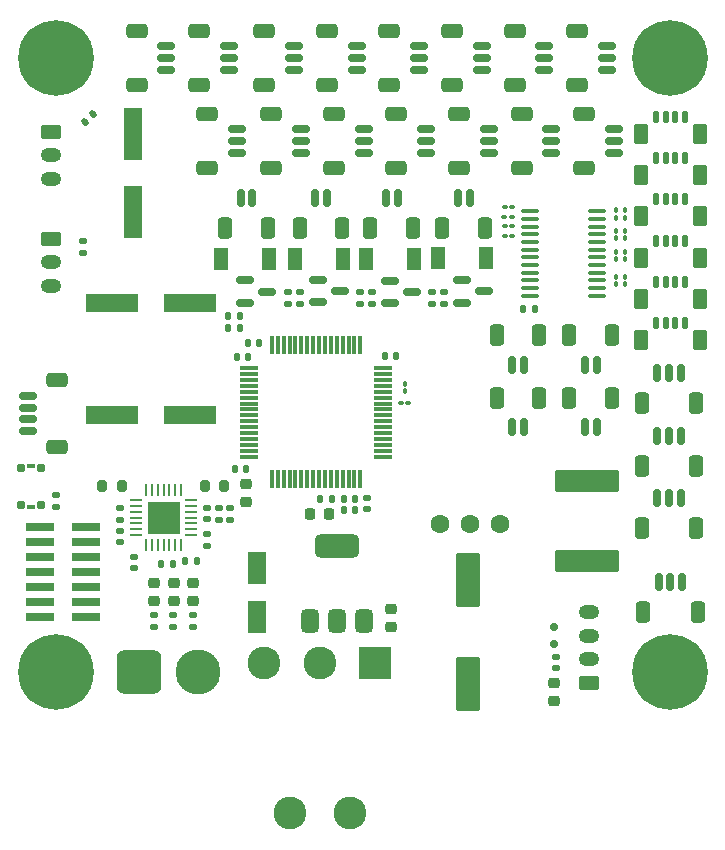
<source format=gbr>
%TF.GenerationSoftware,KiCad,Pcbnew,9.0.7*%
%TF.CreationDate,2026-02-05T13:38:50+01:00*%
%TF.ProjectId,PCB_Aquarium_v2,5043425f-4171-4756-9172-69756d5f7632,rev?*%
%TF.SameCoordinates,Original*%
%TF.FileFunction,Soldermask,Top*%
%TF.FilePolarity,Negative*%
%FSLAX46Y46*%
G04 Gerber Fmt 4.6, Leading zero omitted, Abs format (unit mm)*
G04 Created by KiCad (PCBNEW 9.0.7) date 2026-02-05 13:38:50*
%MOMM*%
%LPD*%
G01*
G04 APERTURE LIST*
G04 Aperture macros list*
%AMRoundRect*
0 Rectangle with rounded corners*
0 $1 Rounding radius*
0 $2 $3 $4 $5 $6 $7 $8 $9 X,Y pos of 4 corners*
0 Add a 4 corners polygon primitive as box body*
4,1,4,$2,$3,$4,$5,$6,$7,$8,$9,$2,$3,0*
0 Add four circle primitives for the rounded corners*
1,1,$1+$1,$2,$3*
1,1,$1+$1,$4,$5*
1,1,$1+$1,$6,$7*
1,1,$1+$1,$8,$9*
0 Add four rect primitives between the rounded corners*
20,1,$1+$1,$2,$3,$4,$5,0*
20,1,$1+$1,$4,$5,$6,$7,0*
20,1,$1+$1,$6,$7,$8,$9,0*
20,1,$1+$1,$8,$9,$2,$3,0*%
G04 Aperture macros list end*
%ADD10RoundRect,0.100000X0.130000X0.100000X-0.130000X0.100000X-0.130000X-0.100000X0.130000X-0.100000X0*%
%ADD11RoundRect,0.100000X-0.100000X0.130000X-0.100000X-0.130000X0.100000X-0.130000X0.100000X0.130000X0*%
%ADD12RoundRect,0.100000X-0.130000X-0.100000X0.130000X-0.100000X0.130000X0.100000X-0.130000X0.100000X0*%
%ADD13RoundRect,0.100000X0.100000X-0.130000X0.100000X0.130000X-0.100000X0.130000X-0.100000X-0.130000X0*%
%ADD14C,2.775000*%
%ADD15R,2.775000X2.775000*%
%ADD16RoundRect,0.075000X-0.075000X-0.700000X0.075000X-0.700000X0.075000X0.700000X-0.075000X0.700000X0*%
%ADD17RoundRect,0.075000X-0.700000X-0.075000X0.700000X-0.075000X0.700000X0.075000X-0.700000X0.075000X0*%
%ADD18R,2.700000X2.700000*%
%ADD19RoundRect,0.062500X-0.062500X-0.475000X0.062500X-0.475000X0.062500X0.475000X-0.062500X0.475000X0*%
%ADD20RoundRect,0.062500X-0.475000X-0.062500X0.475000X-0.062500X0.475000X0.062500X-0.475000X0.062500X0*%
%ADD21RoundRect,0.075000X0.175000X-0.425000X0.175000X0.425000X-0.175000X0.425000X-0.175000X-0.425000X0*%
%ADD22RoundRect,0.180000X0.420000X-0.670000X0.420000X0.670000X-0.420000X0.670000X-0.420000X-0.670000X0*%
%ADD23RoundRect,0.186000X0.434000X0.759000X-0.434000X0.759000X-0.434000X-0.759000X0.434000X-0.759000X0*%
%ADD24RoundRect,0.140000X0.140000X0.170000X-0.140000X0.170000X-0.140000X-0.170000X0.140000X-0.170000X0*%
%ADD25RoundRect,0.140000X0.170000X-0.140000X0.170000X0.140000X-0.170000X0.140000X-0.170000X-0.140000X0*%
%ADD26RoundRect,0.150000X0.625000X-0.150000X0.625000X0.150000X-0.625000X0.150000X-0.625000X-0.150000X0*%
%ADD27RoundRect,0.250000X0.650000X-0.350000X0.650000X0.350000X-0.650000X0.350000X-0.650000X-0.350000X0*%
%ADD28RoundRect,0.135000X0.135000X0.185000X-0.135000X0.185000X-0.135000X-0.185000X0.135000X-0.185000X0*%
%ADD29RoundRect,0.135000X-0.185000X0.135000X-0.185000X-0.135000X0.185000X-0.135000X0.185000X0.135000X0*%
%ADD30RoundRect,0.760000X-1.140000X-1.140000X1.140000X-1.140000X1.140000X1.140000X-1.140000X1.140000X0*%
%ADD31C,3.800000*%
%ADD32R,1.600000X4.500000*%
%ADD33RoundRect,0.250001X0.799999X-2.049999X0.799999X2.049999X-0.799999X2.049999X-0.799999X-2.049999X0*%
%ADD34RoundRect,0.150000X-0.150000X-0.625000X0.150000X-0.625000X0.150000X0.625000X-0.150000X0.625000X0*%
%ADD35RoundRect,0.250000X-0.350000X-0.650000X0.350000X-0.650000X0.350000X0.650000X-0.350000X0.650000X0*%
%ADD36R,4.500000X1.600000*%
%ADD37RoundRect,0.218750X-0.256250X0.218750X-0.256250X-0.218750X0.256250X-0.218750X0.256250X0.218750X0*%
%ADD38RoundRect,0.135000X-0.135000X-0.185000X0.135000X-0.185000X0.135000X0.185000X-0.135000X0.185000X0*%
%ADD39RoundRect,0.200000X-0.200000X-0.275000X0.200000X-0.275000X0.200000X0.275000X-0.200000X0.275000X0*%
%ADD40RoundRect,0.090000X-0.210000X0.235000X-0.210000X-0.235000X0.210000X-0.235000X0.210000X0.235000X0*%
%ADD41RoundRect,0.052500X-0.297500X0.122500X-0.297500X-0.122500X0.297500X-0.122500X0.297500X0.122500X0*%
%ADD42RoundRect,0.150000X0.200000X-0.150000X0.200000X0.150000X-0.200000X0.150000X-0.200000X-0.150000X0*%
%ADD43RoundRect,0.218750X-0.218750X-0.256250X0.218750X-0.256250X0.218750X0.256250X-0.218750X0.256250X0*%
%ADD44RoundRect,0.140000X-0.140000X-0.170000X0.140000X-0.170000X0.140000X0.170000X-0.140000X0.170000X0*%
%ADD45C,0.800000*%
%ADD46C,6.400000*%
%ADD47RoundRect,0.150000X0.150000X0.625000X-0.150000X0.625000X-0.150000X-0.625000X0.150000X-0.625000X0*%
%ADD48RoundRect,0.250000X0.350000X0.650000X-0.350000X0.650000X-0.350000X-0.650000X0.350000X-0.650000X0*%
%ADD49RoundRect,0.135000X0.185000X-0.135000X0.185000X0.135000X-0.185000X0.135000X-0.185000X-0.135000X0*%
%ADD50RoundRect,0.375000X0.375000X-0.625000X0.375000X0.625000X-0.375000X0.625000X-0.375000X-0.625000X0*%
%ADD51RoundRect,0.500000X1.400000X-0.500000X1.400000X0.500000X-1.400000X0.500000X-1.400000X-0.500000X0*%
%ADD52RoundRect,0.250000X-0.625000X0.350000X-0.625000X-0.350000X0.625000X-0.350000X0.625000X0.350000X0*%
%ADD53O,1.750000X1.200000*%
%ADD54RoundRect,0.150000X-0.587500X-0.150000X0.587500X-0.150000X0.587500X0.150000X-0.587500X0.150000X0*%
%ADD55RoundRect,0.140000X-0.170000X0.140000X-0.170000X-0.140000X0.170000X-0.140000X0.170000X0.140000X0*%
%ADD56RoundRect,0.250000X-0.550000X1.137500X-0.550000X-1.137500X0.550000X-1.137500X0.550000X1.137500X0*%
%ADD57RoundRect,0.250000X2.475000X-0.712500X2.475000X0.712500X-2.475000X0.712500X-2.475000X-0.712500X0*%
%ADD58RoundRect,0.200000X0.200000X0.275000X-0.200000X0.275000X-0.200000X-0.275000X0.200000X-0.275000X0*%
%ADD59RoundRect,0.140000X0.021213X-0.219203X0.219203X-0.021213X-0.021213X0.219203X-0.219203X0.021213X0*%
%ADD60C,1.600000*%
%ADD61RoundRect,0.100000X0.637500X0.100000X-0.637500X0.100000X-0.637500X-0.100000X0.637500X-0.100000X0*%
%ADD62R,2.400000X0.740000*%
%ADD63RoundRect,0.225000X-0.250000X0.225000X-0.250000X-0.225000X0.250000X-0.225000X0.250000X0.225000X0*%
%ADD64RoundRect,0.225000X0.250000X-0.225000X0.250000X0.225000X-0.250000X0.225000X-0.250000X-0.225000X0*%
%ADD65RoundRect,0.250000X0.625000X-0.350000X0.625000X0.350000X-0.625000X0.350000X-0.625000X-0.350000X0*%
%ADD66RoundRect,0.150000X-0.625000X0.150000X-0.625000X-0.150000X0.625000X-0.150000X0.625000X0.150000X0*%
%ADD67RoundRect,0.250000X-0.650000X0.350000X-0.650000X-0.350000X0.650000X-0.350000X0.650000X0.350000X0*%
G04 APERTURE END LIST*
D10*
%TO.C,R101*%
X183180000Y-93200000D03*
X183820000Y-93200000D03*
%TD*%
D11*
%TO.C,R102*%
X183500000Y-92220000D03*
X183500000Y-91580000D03*
%TD*%
D12*
%TO.C,R602*%
X192607500Y-78250000D03*
X191967500Y-78250000D03*
%TD*%
D13*
%TO.C,R603*%
X201350000Y-82530000D03*
X201350000Y-83170000D03*
%TD*%
D11*
%TO.C,R604*%
X202150000Y-81020000D03*
X202150000Y-80380000D03*
%TD*%
%TO.C,R605*%
X202150000Y-79270000D03*
X202150000Y-78630000D03*
%TD*%
%TO.C,R606*%
X202150000Y-77520000D03*
X202150000Y-76880000D03*
%TD*%
D12*
%TO.C,R607*%
X192620000Y-76650000D03*
X191980000Y-76650000D03*
%TD*%
%TO.C,R608*%
X192620000Y-79050000D03*
X191980000Y-79050000D03*
%TD*%
D13*
%TO.C,R609*%
X202150000Y-82530000D03*
X202150000Y-83170000D03*
%TD*%
D11*
%TO.C,R610*%
X201350000Y-81020000D03*
X201350000Y-80380000D03*
%TD*%
%TO.C,R611*%
X201350000Y-79270000D03*
X201350000Y-78630000D03*
%TD*%
%TO.C,R612*%
X201350000Y-77520000D03*
X201350000Y-76880000D03*
%TD*%
D12*
%TO.C,R613*%
X192570000Y-77450000D03*
X191930000Y-77450000D03*
%TD*%
D14*
%TO.C,SW102*%
X173760250Y-127950000D03*
X178840250Y-127950000D03*
X171600250Y-115250000D03*
X176300250Y-115250000D03*
D15*
X181000250Y-115250000D03*
%TD*%
D16*
%TO.C,U101*%
X172250000Y-88325000D03*
X172750000Y-88325000D03*
X173250000Y-88325000D03*
X173750000Y-88325000D03*
X174250000Y-88325000D03*
X174750000Y-88325000D03*
X175250000Y-88325000D03*
X175750000Y-88325000D03*
X176250000Y-88325000D03*
X176750000Y-88325000D03*
X177250000Y-88325000D03*
X177750000Y-88325000D03*
X178250000Y-88325000D03*
X178750000Y-88325000D03*
X179250000Y-88325000D03*
X179750000Y-88325000D03*
D17*
X181675000Y-90250000D03*
X181675000Y-90750000D03*
X181675000Y-91250000D03*
X181675000Y-91750000D03*
X181675000Y-92250000D03*
X181675000Y-92750000D03*
X181675000Y-93250000D03*
X181675000Y-93750000D03*
X181675000Y-94250000D03*
X181675000Y-94750000D03*
X181675000Y-95250000D03*
X181675000Y-95750000D03*
X181675000Y-96250000D03*
X181675000Y-96750000D03*
X181675000Y-97250000D03*
X181675000Y-97750000D03*
D16*
X179750000Y-99675000D03*
X179250000Y-99675000D03*
X178750000Y-99675000D03*
X178250000Y-99675000D03*
X177750000Y-99675000D03*
X177250000Y-99675000D03*
X176750000Y-99675000D03*
X176250000Y-99675000D03*
X175750000Y-99675000D03*
X175250000Y-99675000D03*
X174750000Y-99675000D03*
X174250000Y-99675000D03*
X173750000Y-99675000D03*
X173250000Y-99675000D03*
X172750000Y-99675000D03*
X172250000Y-99675000D03*
D17*
X170325000Y-97750000D03*
X170325000Y-97250000D03*
X170325000Y-96750000D03*
X170325000Y-96250000D03*
X170325000Y-95750000D03*
X170325000Y-95250000D03*
X170325000Y-94750000D03*
X170325000Y-94250000D03*
X170325000Y-93750000D03*
X170325000Y-93250000D03*
X170325000Y-92750000D03*
X170325000Y-92250000D03*
X170325000Y-91750000D03*
X170325000Y-91250000D03*
X170325000Y-90750000D03*
X170325000Y-90250000D03*
%TD*%
D18*
%TO.C,U801*%
X163087500Y-102900000D03*
D19*
X161587500Y-100587500D03*
X162087500Y-100587500D03*
X162587500Y-100587500D03*
X163087500Y-100587500D03*
X163587500Y-100587500D03*
X164087500Y-100587500D03*
X164587500Y-100587500D03*
D20*
X165400000Y-101400000D03*
X165400000Y-101900000D03*
X165400000Y-102400000D03*
X165400000Y-102900000D03*
X165400000Y-103400000D03*
X165400000Y-103900000D03*
X165400000Y-104400000D03*
D19*
X164587500Y-105212500D03*
X164087500Y-105212500D03*
X163587500Y-105212500D03*
X163087500Y-105212500D03*
X162587500Y-105212500D03*
X162087500Y-105212500D03*
X161587500Y-105212500D03*
D20*
X160775000Y-104400000D03*
X160775000Y-103900000D03*
X160775000Y-103400000D03*
X160775000Y-102900000D03*
X160775000Y-102400000D03*
X160775000Y-101900000D03*
X160775000Y-101400000D03*
%TD*%
D21*
%TO.C,J605*%
X204800000Y-79450000D03*
X205600000Y-79450000D03*
X206400000Y-79450000D03*
X207200000Y-79450000D03*
D22*
X203500001Y-80900000D03*
X208499999Y-80900000D03*
%TD*%
D23*
%TO.C,D702*%
X184318605Y-81000000D03*
X180238606Y-81000000D03*
%TD*%
D24*
%TO.C,C111*%
X170080000Y-98800000D03*
X169120000Y-98800000D03*
%TD*%
D25*
%TO.C,C107*%
X154000000Y-101980000D03*
X154000000Y-101020000D03*
%TD*%
D26*
%TO.C,J904*%
X190625000Y-72000000D03*
X190624999Y-71000000D03*
X190625000Y-70000000D03*
D27*
X188099999Y-73300000D03*
X188099999Y-68700000D03*
%TD*%
D24*
%TO.C,C108*%
X177330000Y-101300000D03*
X176370000Y-101300000D03*
%TD*%
D28*
%TO.C,R801*%
X165909999Y-106600000D03*
X164890001Y-106600000D03*
%TD*%
D29*
%TO.C,R702*%
X186800000Y-83790001D03*
X186800000Y-84809999D03*
%TD*%
%TO.C,R708*%
X174600000Y-83790001D03*
X174600000Y-84809999D03*
%TD*%
D30*
%TO.C,J103*%
X161000000Y-116000000D03*
D31*
X166000000Y-116000000D03*
%TD*%
D32*
%TO.C,C810*%
X160500000Y-70450001D03*
X160500000Y-77049999D03*
%TD*%
D33*
%TO.C,C303*%
X188900000Y-117000000D03*
X188900000Y-108200000D03*
%TD*%
D34*
%TO.C,J203*%
X192600000Y-89975000D03*
X193600000Y-89975000D03*
D35*
X191300000Y-87450000D03*
X194900000Y-87450000D03*
%TD*%
D36*
%TO.C,C805*%
X158700000Y-94200000D03*
X165300000Y-94200000D03*
%TD*%
D29*
%TO.C,R704*%
X180700000Y-83835714D03*
X180700000Y-84855712D03*
%TD*%
%TO.C,R803*%
X167750000Y-102070001D03*
X167750000Y-103089999D03*
%TD*%
D37*
%TO.C,D303*%
X162300000Y-108412499D03*
X162300000Y-109987501D03*
%TD*%
D26*
%TO.C,J901*%
X174125000Y-65000000D03*
X174124999Y-64000000D03*
X174125000Y-63000000D03*
D27*
X171599999Y-66300000D03*
X171599999Y-61700000D03*
%TD*%
D38*
%TO.C,R804*%
X162840000Y-106850000D03*
X163860000Y-106850000D03*
%TD*%
D39*
%TO.C,R805*%
X166575000Y-100200000D03*
X168225000Y-100200000D03*
%TD*%
D40*
%TO.C,SW101*%
X152700000Y-98700000D03*
X152700000Y-101849999D03*
X150999999Y-98700000D03*
X151000000Y-101850000D03*
D41*
X151850000Y-98550000D03*
X151850000Y-102000000D03*
%TD*%
D26*
%TO.C,J910*%
X200625000Y-65000000D03*
X200624999Y-64000000D03*
X200625000Y-63000000D03*
D27*
X198099999Y-66300000D03*
X198099999Y-61700000D03*
%TD*%
D42*
%TO.C,D101*%
X196100000Y-112200000D03*
X196100000Y-113600000D03*
%TD*%
D21*
%TO.C,J602*%
X204800000Y-75950000D03*
X205600000Y-75950000D03*
X206400000Y-75950000D03*
X207200000Y-75950000D03*
D22*
X203500001Y-77400000D03*
X208499999Y-77400000D03*
%TD*%
D23*
%TO.C,D703*%
X172046175Y-80975198D03*
X167966176Y-80975198D03*
%TD*%
D43*
%TO.C,L101*%
X175512499Y-102600000D03*
X177087501Y-102600000D03*
%TD*%
D44*
%TO.C,C105*%
X181820000Y-89250000D03*
X182780000Y-89250000D03*
%TD*%
D45*
%TO.C,H103*%
X203600000Y-116000000D03*
X204302944Y-114302944D03*
X204302944Y-117697056D03*
X206000000Y-113600000D03*
D46*
X206000000Y-116000000D03*
D45*
X206000000Y-118400000D03*
X207697056Y-114302944D03*
X207697056Y-117697056D03*
X208400000Y-116000000D03*
%TD*%
D24*
%TO.C,C113*%
X179280000Y-102300000D03*
X178320000Y-102300000D03*
%TD*%
D26*
%TO.C,J905*%
X174725000Y-72000000D03*
X174724999Y-71000000D03*
X174725000Y-70000000D03*
D27*
X172199999Y-73300000D03*
X172199999Y-68700000D03*
%TD*%
D47*
%TO.C,J403*%
X206900000Y-90675000D03*
X205900000Y-90675001D03*
X204900000Y-90675000D03*
D48*
X208200000Y-93200001D03*
X203600000Y-93200001D03*
%TD*%
D29*
%TO.C,R703*%
X179699999Y-83835714D03*
X179699999Y-84855712D03*
%TD*%
D47*
%TO.C,J101*%
X207000000Y-108375000D03*
X206000000Y-108375001D03*
X205000000Y-108375000D03*
D48*
X208300000Y-110900001D03*
X203700000Y-110900001D03*
%TD*%
D45*
%TO.C,H104*%
X151600000Y-116000000D03*
X152302944Y-114302944D03*
X152302944Y-117697056D03*
X154000000Y-113600000D03*
D46*
X154000000Y-116000000D03*
D45*
X154000000Y-118400000D03*
X155697056Y-114302944D03*
X155697056Y-117697056D03*
X156400000Y-116000000D03*
%TD*%
D49*
%TO.C,R303*%
X162300000Y-112209999D03*
X162300000Y-111190001D03*
%TD*%
D45*
%TO.C,H101*%
X151600000Y-64000000D03*
X152302944Y-62302944D03*
X152302944Y-65697056D03*
X154000000Y-61600000D03*
D46*
X154000000Y-64000000D03*
D45*
X154000000Y-66400000D03*
X155697056Y-62302944D03*
X155697056Y-65697056D03*
X156400000Y-64000000D03*
%TD*%
D50*
%TO.C,U302*%
X175450000Y-111650000D03*
X177750000Y-111649999D03*
D51*
X177750000Y-105350001D03*
D50*
X180050000Y-111650000D03*
%TD*%
D26*
%TO.C,J909*%
X185325000Y-72000000D03*
X185324999Y-71000000D03*
X185325000Y-70000000D03*
D27*
X182799999Y-73300000D03*
X182799999Y-68700000D03*
%TD*%
D25*
%TO.C,C802*%
X166750000Y-103060000D03*
X166750000Y-102100000D03*
%TD*%
D52*
%TO.C,J102*%
X153550000Y-79300000D03*
D53*
X153550000Y-81300001D03*
X153550000Y-83300000D03*
%TD*%
D26*
%TO.C,J908*%
X180025000Y-72000000D03*
X180024999Y-71000000D03*
X180025000Y-70000000D03*
D27*
X177499999Y-73300000D03*
X177499999Y-68700000D03*
%TD*%
D34*
%TO.C,J201*%
X198750000Y-89975000D03*
X199750000Y-89975000D03*
D35*
X197450000Y-87450000D03*
X201050000Y-87450000D03*
%TD*%
D34*
%TO.C,J202*%
X198750000Y-95275000D03*
X199750000Y-95275000D03*
D35*
X197450000Y-92750000D03*
X201050000Y-92750000D03*
%TD*%
D54*
%TO.C,Q704*%
X176162500Y-82750000D03*
X176162500Y-84650000D03*
X178037501Y-83700000D03*
%TD*%
D45*
%TO.C,H102*%
X203600000Y-64000000D03*
X204302944Y-62302944D03*
X204302944Y-65697056D03*
X206000000Y-61600000D03*
D46*
X206000000Y-64000000D03*
D45*
X206000000Y-66400000D03*
X207697056Y-62302944D03*
X207697056Y-65697056D03*
X208400000Y-64000000D03*
%TD*%
D55*
%TO.C,C103*%
X156300000Y-79520000D03*
X156300000Y-80480000D03*
%TD*%
D38*
%TO.C,R601*%
X193527501Y-85250000D03*
X194547499Y-85250000D03*
%TD*%
D26*
%TO.C,J911*%
X195325000Y-65000000D03*
X195324999Y-64000000D03*
X195325000Y-63000000D03*
D27*
X192799999Y-66300000D03*
X192799999Y-61700000D03*
%TD*%
D54*
%TO.C,Q702*%
X182281105Y-82850000D03*
X182281105Y-84750000D03*
X184156106Y-83800000D03*
%TD*%
D56*
%TO.C,C302*%
X171000000Y-107187500D03*
X171000000Y-111312500D03*
%TD*%
D57*
%TO.C,F101*%
X198900000Y-106587500D03*
X198900000Y-99812500D03*
%TD*%
D21*
%TO.C,J603*%
X204800000Y-82950000D03*
X205600000Y-82950000D03*
X206400000Y-82950000D03*
X207200000Y-82950000D03*
D22*
X203500001Y-84400000D03*
X208499999Y-84400000D03*
%TD*%
D58*
%TO.C,R806*%
X159525000Y-100200000D03*
X157875000Y-100200000D03*
%TD*%
D26*
%TO.C,J802*%
X168625000Y-65000000D03*
X168624999Y-64000000D03*
X168625000Y-63000000D03*
D27*
X166099999Y-66300000D03*
X166099999Y-61700000D03*
%TD*%
D23*
%TO.C,D701*%
X190400000Y-80962296D03*
X186320001Y-80962296D03*
%TD*%
D47*
%TO.C,J402*%
X206900000Y-101275000D03*
X205900000Y-101275001D03*
X204900000Y-101275000D03*
D48*
X208200000Y-103800001D03*
X203600000Y-103800001D03*
%TD*%
D44*
%TO.C,C112*%
X178320000Y-101300000D03*
X179280000Y-101300000D03*
%TD*%
D26*
%TO.C,J902*%
X179425000Y-65000000D03*
X179424999Y-64000000D03*
X179425000Y-63000000D03*
D27*
X176899999Y-66300000D03*
X176899999Y-61700000D03*
%TD*%
D55*
%TO.C,C110*%
X180300000Y-101220000D03*
X180300000Y-102180000D03*
%TD*%
D59*
%TO.C,C811*%
X156460589Y-69439411D03*
X157139411Y-68760589D03*
%TD*%
D60*
%TO.C,U301*%
X186460000Y-103450000D03*
X189000000Y-103450000D03*
X191540000Y-103450000D03*
%TD*%
D25*
%TO.C,C801*%
X166800000Y-105280000D03*
X166800000Y-104320000D03*
%TD*%
D61*
%TO.C,U601*%
X199812500Y-84125000D03*
X199812500Y-83475000D03*
X199812500Y-82825000D03*
X199812500Y-82175000D03*
X199812500Y-81525000D03*
X199812500Y-80875000D03*
X199812500Y-80225000D03*
X199812500Y-79575000D03*
X199812500Y-78925000D03*
X199812500Y-78275000D03*
X199812500Y-77625000D03*
X199812500Y-76975000D03*
X194087500Y-76975000D03*
X194087500Y-77625000D03*
X194087500Y-78275000D03*
X194087500Y-78925000D03*
X194087500Y-79575000D03*
X194087500Y-80225000D03*
X194087500Y-80875000D03*
X194087500Y-81525000D03*
X194087500Y-82175000D03*
X194087500Y-82825000D03*
X194087500Y-83475000D03*
X194087500Y-84125000D03*
%TD*%
D24*
%TO.C,C109*%
X170230000Y-89300000D03*
X169270000Y-89300000D03*
%TD*%
D55*
%TO.C,C114*%
X196300000Y-114720000D03*
X196300000Y-115680000D03*
%TD*%
D34*
%TO.C,J204*%
X192600000Y-95265000D03*
X193600000Y-95265000D03*
D35*
X191300000Y-92740000D03*
X194900000Y-92740000D03*
%TD*%
D47*
%TO.C,J702*%
X182900000Y-75875000D03*
X181900000Y-75875000D03*
D48*
X184200000Y-78400000D03*
X180600000Y-78400000D03*
%TD*%
D62*
%TO.C,J105*%
X156500000Y-111360000D03*
X152600000Y-111360000D03*
X156500000Y-110090000D03*
X152600000Y-110090000D03*
X156500000Y-108820000D03*
X152600000Y-108820000D03*
X156500000Y-107550000D03*
X152600000Y-107550000D03*
X156500000Y-106280000D03*
X152600000Y-106280000D03*
X156500000Y-105010000D03*
X152600000Y-105010000D03*
X156500000Y-103740000D03*
X152600000Y-103740000D03*
%TD*%
D36*
%TO.C,C102*%
X158700001Y-84700000D03*
X165299999Y-84700000D03*
%TD*%
D21*
%TO.C,J604*%
X204800000Y-68950001D03*
X205600000Y-68950001D03*
X206400000Y-68950001D03*
X207200000Y-68950001D03*
D22*
X203500001Y-70400001D03*
X208499999Y-70400001D03*
%TD*%
D26*
%TO.C,J903*%
X184725000Y-65000000D03*
X184724999Y-64000000D03*
X184725000Y-63000000D03*
D27*
X182199999Y-66300000D03*
X182199999Y-61700000D03*
%TD*%
D23*
%TO.C,D704*%
X178300000Y-81000000D03*
X174220001Y-81000000D03*
%TD*%
D55*
%TO.C,C803*%
X159400000Y-102120000D03*
X159400000Y-103080000D03*
%TD*%
D47*
%TO.C,J704*%
X176900000Y-75875000D03*
X175900000Y-75875000D03*
D48*
X178200000Y-78400000D03*
X174600000Y-78400000D03*
%TD*%
D29*
%TO.C,R701*%
X185800001Y-83790002D03*
X185800001Y-84810000D03*
%TD*%
D26*
%TO.C,J907*%
X195925000Y-72000000D03*
X195924999Y-71000000D03*
X195925000Y-70000000D03*
D27*
X193399999Y-73300000D03*
X193399999Y-68700000D03*
%TD*%
D25*
%TO.C,C804*%
X159400000Y-104980000D03*
X159400000Y-104020000D03*
%TD*%
D26*
%TO.C,J906*%
X201225000Y-72000000D03*
X201224999Y-71000000D03*
X201225000Y-70000000D03*
D27*
X198699999Y-73300000D03*
X198699999Y-68700000D03*
%TD*%
D28*
%TO.C,R705*%
X169559999Y-86850000D03*
X168540001Y-86850000D03*
%TD*%
D26*
%TO.C,J803*%
X169325000Y-72000000D03*
X169324999Y-71000000D03*
X169325000Y-70000000D03*
D27*
X166799999Y-73300000D03*
X166799999Y-68700000D03*
%TD*%
D26*
%TO.C,J801*%
X163325000Y-65000000D03*
X163324999Y-64000000D03*
X163325000Y-63000000D03*
D27*
X160799999Y-66300000D03*
X160799999Y-61700000D03*
%TD*%
D21*
%TO.C,J601*%
X204800000Y-86450000D03*
X205600000Y-86450000D03*
X206400000Y-86450000D03*
X207200000Y-86450000D03*
D22*
X203500001Y-87900000D03*
X208499999Y-87900000D03*
%TD*%
D47*
%TO.C,J701*%
X189000000Y-75875000D03*
X188000000Y-75875000D03*
D48*
X190300000Y-78400000D03*
X186700000Y-78400000D03*
%TD*%
D47*
%TO.C,J401*%
X206900000Y-95975000D03*
X205900000Y-95975001D03*
X204900000Y-95975000D03*
D48*
X208200000Y-98500001D03*
X203600000Y-98500001D03*
%TD*%
D52*
%TO.C,J805*%
X153550000Y-70250001D03*
D53*
X153550000Y-72250002D03*
X153550000Y-74250001D03*
%TD*%
D28*
%TO.C,R706*%
X169559999Y-85850000D03*
X168540001Y-85850000D03*
%TD*%
D21*
%TO.C,J606*%
X204800000Y-72450000D03*
X205600000Y-72450000D03*
X206400000Y-72450000D03*
X207200000Y-72450000D03*
D22*
X203500001Y-73900000D03*
X208499999Y-73900000D03*
%TD*%
D63*
%TO.C,C104*%
X170050000Y-100075000D03*
X170050000Y-101625000D03*
%TD*%
D64*
%TO.C,C301*%
X182300000Y-112175000D03*
X182300000Y-110625000D03*
%TD*%
D49*
%TO.C,R301*%
X165599999Y-112209999D03*
X165599999Y-111190001D03*
%TD*%
D55*
%TO.C,C806*%
X160600000Y-106220000D03*
X160600000Y-107180000D03*
%TD*%
D65*
%TO.C,J104*%
X199100000Y-116900000D03*
D53*
X199100000Y-114900000D03*
X199100000Y-112900000D03*
X199100000Y-110900000D03*
%TD*%
D37*
%TO.C,D302*%
X163948140Y-108416875D03*
X163948140Y-109991877D03*
%TD*%
D26*
%TO.C,J912*%
X190025000Y-65000000D03*
X190024999Y-64000000D03*
X190025000Y-63000000D03*
D27*
X187499999Y-66300000D03*
X187499999Y-61700000D03*
%TD*%
D29*
%TO.C,R707*%
X173599999Y-83790001D03*
X173599999Y-84809999D03*
%TD*%
D37*
%TO.C,D301*%
X165599999Y-108412499D03*
X165599999Y-109987501D03*
%TD*%
D24*
%TO.C,C106*%
X171180000Y-88100000D03*
X170220000Y-88100000D03*
%TD*%
D49*
%TO.C,R302*%
X163900000Y-112209999D03*
X163900000Y-111190001D03*
%TD*%
D66*
%TO.C,J804*%
X151575000Y-92600000D03*
X151575000Y-93600000D03*
X151575000Y-94600000D03*
X151575000Y-95600000D03*
D67*
X154100000Y-91300000D03*
X154100000Y-96900000D03*
%TD*%
D63*
%TO.C,C115*%
X196100000Y-116925000D03*
X196100000Y-118475000D03*
%TD*%
D47*
%TO.C,J703*%
X170600000Y-75875000D03*
X169600000Y-75875000D03*
D48*
X171900000Y-78400000D03*
X168300000Y-78400000D03*
%TD*%
D54*
%TO.C,Q703*%
X170008675Y-82825198D03*
X170008675Y-84725198D03*
X171883676Y-83775198D03*
%TD*%
D29*
%TO.C,R802*%
X168750000Y-102070001D03*
X168750000Y-103089999D03*
%TD*%
D54*
%TO.C,Q701*%
X188353607Y-82812296D03*
X188353607Y-84712296D03*
X190228608Y-83762296D03*
%TD*%
M02*

</source>
